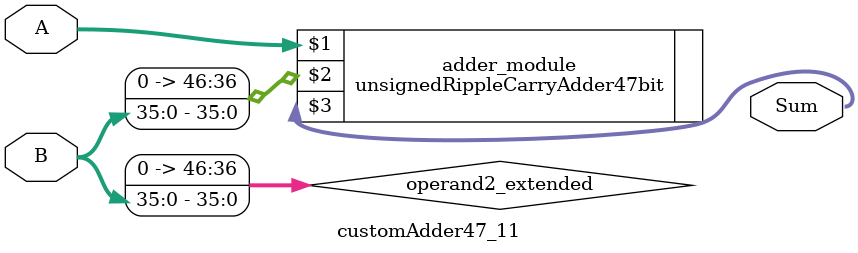
<source format=v>
module customAdder47_11(
                        input [46 : 0] A,
                        input [35 : 0] B,
                        
                        output [47 : 0] Sum
                );

        wire [46 : 0] operand2_extended;
        
        assign operand2_extended =  {11'b0, B};
        
        unsignedRippleCarryAdder47bit adder_module(
            A,
            operand2_extended,
            Sum
        );
        
        endmodule
        
</source>
